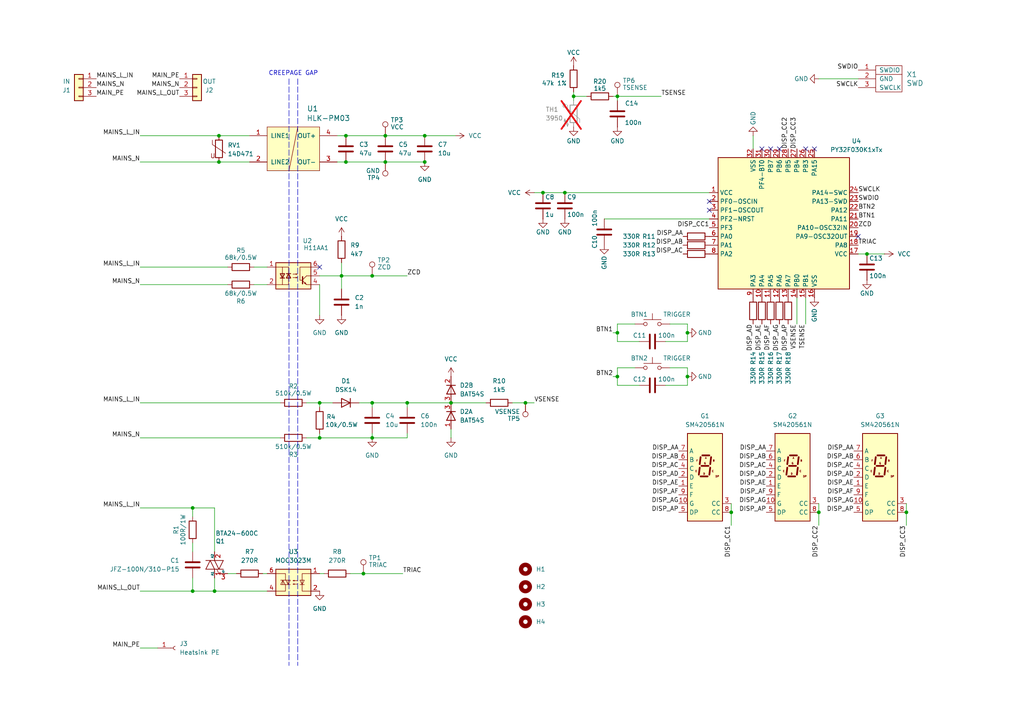
<source format=kicad_sch>
(kicad_sch (version 20250114) (generator "eeschema") (generator_version "9.0")
  (paper "A4")
  (lib_symbols
    (symbol "Connector:Conn_01x01_Socket" (pin_names (offset 1.016) (hide yes))
      (property "Reference" "J" (at 0 2.54 0))
      (property "Value" "Conn_01x01_Socket" (at 0 -2.54 0))
      (symbol "Conn_01x01_Socket_1_1"
        (pin passive line (at -5.08 0 0) (length 3.81) (name "Pin_1") (number "1"))
      )
    )
    (symbol "Connector:TestPoint" (pin_numbers (hide yes)) (pin_names (offset 0.762) (hide yes))
      (property "Reference" "TP" (at 0 6.858 0))
      (property "Value" "TestPoint" (at 0 5.08 0))
      (symbol "TestPoint_1_1"
        (pin passive line (at 0 0 90) (length 2.54) (name "1") (number "1"))
      )
    )
    (symbol "Connector_Generic:Conn_01x03" (pin_names (offset 1.016) (hide yes))
      (property "Reference" "J" (at 0 5.08 0))
      (property "Value" "Conn_01x03" (at 0 -5.08 0))
      (symbol "Conn_01x03_1_1"
        (pin passive line (at -5.08 2.54 0) (length 3.81) (name "Pin_1") (number "1"))
        (pin passive line (at -5.08 0 0) (length 3.81) (name "Pin_2") (number "2"))
        (pin passive line (at -5.08 -2.54 0) (length 3.81) (name "Pin_3") (number "3"))
      )
    )
    (symbol "Device:C" (pin_numbers (hide yes)) (pin_names (offset 0.254))
      (property "Reference" "C" (at 0.635 2.54 0))
      (property "Value" "C" (at 0.635 -2.54 0))
      (symbol "C_1_1"
        (pin passive line (at 0 3.81 270) (length 2.794) (name "~") (number "1"))
        (pin passive line (at 0 -3.81 90) (length 2.794) (name "~") (number "2"))
      )
    )
    (symbol "Device:D" (pin_numbers (hide yes)) (pin_names (offset 1.016) (hide yes))
      (property "Reference" "D" (at 0 2.54 0))
      (property "Value" "D" (at 0 -2.54 0))
      (symbol "D_1_1"
        (pin passive line (at -3.81 0 0) (length 2.54) (name "K") (number "1"))
        (pin passive line (at 3.81 0 180) (length 2.54) (name "A") (number "2"))
      )
    )
    (symbol "Device:D_Dual_Series_AKC_Split" (pin_names (offset 0.762) (hide yes))
      (property "Reference" "D" (at 0 2.54 0))
      (property "Value" "D_Dual_Series_AKC_Split" (at 0 -2.54 0))
      (symbol "D_Dual_Series_AKC_Split_0_1"
        (pin passive line (at 3.81 0 180) (length 2.54) (name "K") (number "3"))
      )
      (symbol "D_Dual_Series_AKC_Split_1_1"
        (pin passive line (at -3.81 0 0) (length 2.54) (name "A") (number "1"))
      )
      (symbol "D_Dual_Series_AKC_Split_2_1"
        (pin passive line (at -3.81 0 0) (length 2.54) (name "common") (number "2"))
      )
    )
    (symbol "Device:R" (pin_numbers (hide yes)) (pin_names (offset 0))
      (property "Reference" "R" (at 2.032 0 90))
      (property "Value" "R" (at 0 0 90))
      (symbol "R_1_1"
        (pin passive line (at 0 3.81 270) (length 1.27) (name "~") (number "1"))
        (pin passive line (at 0 -3.81 90) (length 1.27) (name "~") (number "2"))
      )
    )
    (symbol "Device:Thermistor_NTC" (pin_numbers (hide yes)) (pin_names (offset 0))
      (property "Reference" "TH" (at -4.445 0 90))
      (property "Value" "Thermistor_NTC" (at 3.175 0 90))
      (symbol "Thermistor_NTC_1_1"
        (pin passive line (at 0 3.81 270) (length 1.27) (name "~") (number "1"))
        (pin passive line (at 0 -3.81 90) (length 1.27) (name "~") (number "2"))
      )
    )
    (symbol "Device:Varistor" (pin_numbers (hide yes)) (pin_names (offset 0))
      (property "Reference" "RV" (at 3.175 0 90))
      (property "Value" "Varistor" (at -3.175 0 90))
      (symbol "Varistor_0_0"
        (text "U" (at -1.778 -2.032 0) (effects (font (size 1.27 1.27))))
      )
      (symbol "Varistor_1_1"
        (pin passive line (at 0 3.81 270) (length 1.27) (name "~") (number "1"))
        (pin passive line (at 0 -3.81 90) (length 1.27) (name "~") (number "2"))
      )
    )
    (symbol "Display_Character:SM420561N"
      (property "Reference" "U" (at -2.54 13.97 0))
      (property "Value" "SM420561N" (at 1.27 13.97 0))
      (symbol "SM420561N_0_0"
        (text "E" (at -2.54 1.778 0) (effects (font (size 0.508 0.508))))
        (text "F" (at -2.286 4.826 0) (effects (font (size 0.508 0.508))))
        (text "D" (at -0.254 1.016 0) (effects (font (size 0.508 0.508))))
        (text "G" (at 0 4.064 0) (effects (font (size 0.508 0.508))))
        (text "A" (at 0.254 5.588 0) (effects (font (size 0.508 0.508))))
        (text "C" (at 2.286 1.778 0) (effects (font (size 0.508 0.508))))
        (text "B" (at 2.54 4.826 0) (effects (font (size 0.508 0.508))))
        (text "DP" (at 3.556 0.254 0) (effects (font (size 0.508 0.508))))
      )
      (symbol "SM420561N_1_1"
        (pin input line (at -7.62 7.62 0) (length 2.54) (name "A") (number "7"))
        (pin input line (at -7.62 5.08 0) (length 2.54) (name "B") (number "6"))
        (pin input line (at -7.62 2.54 0) (length 2.54) (name "C") (number "4"))
        (pin input line (at -7.62 0 0) (length 2.54) (name "D") (number "2"))
        (pin input line (at -7.62 -2.54 0) (length 2.54) (name "E") (number "1"))
        (pin input line (at -7.62 -5.08 0) (length 2.54) (name "F") (number "9"))
        (pin input line (at -7.62 -7.62 0) (length 2.54) (name "G") (number "10"))
        (pin input line (at -7.62 -10.16 0) (length 2.54) (name "DP") (number "5"))
        (pin input line (at 7.62 -7.62 180) (length 2.54) (name "CC") (number "3"))
        (pin input line (at 7.62 -10.16 180) (length 2.54) (name "CC") (number "8"))
      )
    )
    (symbol "Drake:HLK-PM03" (pin_names (offset 1.016))
      (property "Reference" "U" (at 0 8.89 0))
      (property "Value" "HLK-PM03" (at 0 -8.89 0))
      (symbol "HLK-PM03_1_1"
        (pin input line (at -12.7 3.81 0) (length 5.08) (name "LINE1") (number "1"))
        (pin input line (at -12.7 -3.81 0) (length 5.08) (name "LINE2") (number "2"))
        (pin input line (at 12.7 3.81 180) (length 5.08) (name "OUT+") (number "4"))
        (pin input line (at 12.7 -3.81 180) (length 5.08) (name "OUT-") (number "3"))
      )
    )
    (symbol "Drake:SWD" (pin_names (offset 1.016))
      (property "Reference" "X" (at 0 6.35 0))
      (property "Value" "SWD" (at 0 -6.35 0))
      (symbol "SWD_1_1"
        (pin bidirectional line (at 8.89 2.54 180) (length 5.08) (name "SWDIO") (number "1"))
        (pin power_in line (at 8.89 0 180) (length 5.08) (name "GND") (number "2"))
        (pin bidirectional line (at 8.89 -2.54 180) (length 5.08) (name "SWCLK") (number "3"))
      )
    )
    (symbol "Isolator:H11AA1"
      (property "Reference" "U" (at -5.334 4.953 0))
      (property "Value" "H11AA1" (at 0.635 4.953 0))
      (symbol "H11AA1_1_1"
        (pin passive line (at -7.62 2.54 0) (length 2.54) (name "~") (number "1"))
        (pin passive line (at -7.62 -2.54 0) (length 2.54) (name "~") (number "2"))
        (pin no_connect line (at -5.08 0 0) (length 2.54) (hide yes) (name "NC") (number "3"))
        (pin passive line (at 7.62 2.54 180) (length 2.54) (name "~") (number "6"))
        (pin passive line (at 7.62 0 180) (length 2.54) (name "~") (number "5"))
        (pin passive line (at 7.62 -2.54 180) (length 2.54) (name "~") (number "4"))
      )
    )
    (symbol "MCU_Puya_PY32F:PY32F030K1xTx"
      (property "Reference" "U" (at 20.32 19.05 0))
      (property "Value" "PY32F030K1xTx" (at 20.32 -21.59 0))
      (symbol "PY32F030K1xTx_0_0"
        (pin power_in line (at -20.32 7.62 0) (length 2.54) (name "VCC") (number "1"))
        (pin bidirectional line (at -20.32 5.08 0) (length 2.54) (name "PF0-OSCIN") (number "2"))
        (pin bidirectional line (at -20.32 2.54 0) (length 2.54) (name "PF1-OSCOUT") (number "3"))
        (pin bidirectional line (at -20.32 0 0) (length 2.54) (name "PF2-NRST") (number "4"))
        (pin bidirectional line (at -20.32 -2.54 0) (length 2.54) (name "PF3") (number "5"))
        (pin bidirectional line (at -20.32 -5.08 0) (length 2.54) (name "PA0") (number "6"))
        (pin bidirectional line (at -20.32 -7.62 0) (length 2.54) (name "PA1") (number "7"))
        (pin bidirectional line (at -20.32 -10.16 0) (length 2.54) (name "PA2") (number "8"))
        (pin power_in line (at -7.62 20.32 270) (length 2.54) (name "VSS") (number "32"))
        (pin bidirectional line (at -7.62 -22.86 90) (length 2.54) (name "PA3") (number "9"))
        (pin bidirectional line (at -5.08 -22.86 90) (length 2.54) (name "PA4") (number "10"))
        (pin bidirectional line (at -2.54 20.32 270) (length 2.54) (name "PB7") (number "30"))
        (pin bidirectional line (at -2.54 -22.86 90) (length 2.54) (name "PA5") (number "11"))
        (pin bidirectional line (at 0 20.32 270) (length 2.54) (name "PB6") (number "29"))
        (pin bidirectional line (at 0 -22.86 90) (length 2.54) (name "PA6") (number "12"))
        (pin bidirectional line (at 2.54 20.32 270) (length 2.54) (name "PB5") (number "28"))
        (pin bidirectional line (at 2.54 -22.86 90) (length 2.54) (name "PA7") (number "13"))
        (pin bidirectional line (at 5.08 20.32 270) (length 2.54) (name "PB4") (number "27"))
        (pin bidirectional line (at 5.08 -22.86 90) (length 2.54) (name "PB0") (number "14"))
        (pin bidirectional line (at 7.62 20.32 270) (length 2.54) (name "PB3") (number "26"))
        (pin bidirectional line (at 7.62 -22.86 90) (length 2.54) (name "PB1") (number "15"))
        (pin power_in line (at 10.16 -22.86 90) (length 2.54) (name "VSS") (number "16"))
        (pin bidirectional line (at 22.86 5.08 180) (length 2.54) (name "PA13-SWD") (number "23"))
        (pin bidirectional line (at 22.86 2.54 180) (length 2.54) (name "PA12") (number "22"))
        (pin bidirectional line (at 22.86 0 180) (length 2.54) (name "PA11") (number "21"))
        (pin bidirectional line (at 22.86 -2.54 180) (length 2.54) (name "PA10-OSC32IN") (number "20"))
        (pin bidirectional line (at 22.86 -5.08 180) (length 2.54) (name "PA9-OSC32OUT") (number "19"))
        (pin bidirectional line (at 22.86 -7.62 180) (length 2.54) (name "PA8") (number "18"))
        (pin power_in line (at 22.86 -10.16 180) (length 2.54) (name "VCC") (number "17"))
      )
      (symbol "PY32F030K1xTx_1_0"
        (pin bidirectional line (at -5.08 20.32 270) (length 2.54) (name "PF4-BT0") (number "31"))
        (pin bidirectional line (at 10.16 20.32 270) (length 2.54) (name "PA15") (number "25"))
        (pin bidirectional line (at 22.86 7.62 180) (length 2.54) (name "PA14-SWC") (number "24"))
      )
    )
    (symbol "Mechanical:MountingHole" (pin_names (offset 1.016)) (in_bom no)
      (property "Reference" "H" (at 0 5.08 0))
      (property "Value" "MountingHole" (at 0 3.175 0))
    )
    (symbol "Relay_SolidState:MOC3023M"
      (property "Reference" "U" (at -5.334 4.826 0))
      (property "Value" "MOC3023M" (at 0 5.08 0))
      (symbol "MOC3023M_1_1"
        (pin passive line (at -7.62 2.54 0) (length 2.54) (name "~") (number "1"))
        (pin passive line (at -7.62 -2.54 0) (length 2.54) (name "~") (number "2"))
        (pin no_connect line (at -5.08 0 0) (length 2.54) (hide yes) (name "NC") (number "3"))
        (pin no_connect line (at 5.08 0 180) (length 2.54) (hide yes) (name "NC") (number "5"))
        (pin passive line (at 7.62 2.54 180) (length 2.54) (name "~") (number "6"))
        (pin passive line (at 7.62 -2.54 180) (length 2.54) (name "~") (number "4"))
      )
    )
    (symbol "Switch:SW_Push" (pin_numbers (hide yes)) (pin_names (offset 1.016) (hide yes))
      (property "Reference" "SW" (at 1.27 2.54 0))
      (property "Value" "SW_Push" (at 0 -1.524 0))
      (symbol "SW_Push_0_1"
        (pin passive line (at -5.08 0 0) (length 2.54) (name "1") (number "1"))
        (pin passive line (at 5.08 0 180) (length 2.54) (name "2") (number "2"))
      )
    )
    (symbol "Triac_Thyristor:BTA16-600C" (pin_names (offset 0))
      (property "Reference" "Q" (at 5.08 1.905 0))
      (property "Value" "BTA16-600C" (at 5.08 0 0))
      (symbol "BTA16-600C_1_1"
        (pin input line (at -3.81 -2.54 0) (length 2.54) (name "G") (number "3"))
        (pin passive line (at 0 3.81 270) (length 2.54) (name "A2") (number "2"))
        (pin passive line (at 0 -3.81 90) (length 2.54) (name "A1") (number "1"))
      )
    )
    (symbol "power:GND" (power) (pin_numbers (hide yes)) (pin_names (offset 0) (hide yes))
      (property "Value" "GND" (at 0 -3.81 0))
      (symbol "GND_1_1"
        (pin power_in line (at 0 0 270) (length 0) (name "~") (number "1"))
      )
    )
    (symbol "power:VCC" (power) (pin_numbers (hide yes)) (pin_names (offset 0) (hide yes))
      (property "Value" "VCC" (at 0 3.556 0))
      (symbol "VCC_1_1"
        (pin power_in line (at 0 0 90) (length 0) (name "~") (number "1"))
      )
    )
  )
  (text "CREEPAGE GAP" (at 85.09 21.336 0) (effects (font (size 1.27 1.27))))
  (junction (at 107.95 80.01))
  (junction (at 107.95 116.84))
  (junction (at 123.19 46.99))
  (junction (at 212.09 148.59))
  (junction (at 100.33 46.99))
  (junction (at 123.19 39.37))
  (junction (at 251.46 73.66))
  (junction (at 111.76 46.99))
  (junction (at 63.5 39.37))
  (junction (at 105.41 166.37))
  (junction (at 100.33 39.37))
  (junction (at 179.07 27.94))
  (junction (at 152.4 116.84))
  (junction (at 179.07 109.22))
  (junction (at 55.88 171.45))
  (junction (at 163.83 55.88))
  (junction (at 199.39 109.22))
  (junction (at 262.89 148.59))
  (junction (at 118.11 116.84))
  (junction (at 157.48 55.88))
  (junction (at 107.95 127))
  (junction (at 63.5 46.99))
  (junction (at 237.49 148.59))
  (junction (at 199.39 96.52))
  (junction (at 92.71 116.84))
  (junction (at 166.37 27.94))
  (junction (at 130.81 116.84))
  (junction (at 92.71 127))
  (junction (at 179.07 96.52))
  (junction (at 55.88 147.32))
  (junction (at 62.23 171.45))
  (junction (at 111.76 39.37))
  (junction (at 99.06 80.01))
  (no_connect (at 92.71 77.47))
  (no_connect (at 248.92 68.58))
  (no_connect (at 233.68 43.18))
  (no_connect (at 236.22 43.18))
  (no_connect (at 226.06 43.18))
  (no_connect (at 220.98 43.18))
  (no_connect (at 205.74 58.42))
  (no_connect (at 223.52 43.18))
  (no_connect (at 205.74 60.96))
  (wire (pts (xy 166.37 26.67) (xy 166.37 27.94)))
  (wire (pts (xy 218.44 39.37) (xy 218.44 43.18)))
  (wire (pts (xy 177.8 96.52) (xy 179.07 96.52)))
  (wire (pts (xy 99.06 80.01) (xy 107.95 80.01)))
  (wire (pts (xy 262.89 146.05) (xy 262.89 148.59)))
  (wire (pts (xy 199.39 111.76) (xy 193.04 111.76)))
  (wire (pts (xy 179.07 106.68) (xy 184.15 106.68)))
  (wire (pts (xy 40.64 147.32) (xy 55.88 147.32)))
  (wire (pts (xy 166.37 27.94) (xy 166.37 29.21)))
  (wire (pts (xy 73.66 82.55) (xy 77.47 82.55)))
  (wire (pts (xy 92.71 127) (xy 107.95 127)))
  (wire (pts (xy 123.19 46.99) (xy 111.76 46.99)))
  (polyline (pts (xy 86.36 22.86) (xy 86.36 193.04)) (stroke (width 0) (type dash)))
  (wire (pts (xy 116.84 166.37) (xy 105.41 166.37)))
  (wire (pts (xy 152.4 116.84) (xy 154.94 116.84)))
  (wire (pts (xy 177.8 109.22) (xy 179.07 109.22)))
  (wire (pts (xy 55.88 167.64) (xy 55.88 171.45)))
  (wire (pts (xy 179.07 109.22) (xy 179.07 106.68)))
  (wire (pts (xy 62.23 167.64) (xy 62.23 171.45)))
  (wire (pts (xy 55.88 157.48) (xy 55.88 160.02)))
  (wire (pts (xy 179.07 96.52) (xy 179.07 93.98)))
  (wire (pts (xy 55.88 171.45) (xy 62.23 171.45)))
  (wire (pts (xy 179.07 93.98) (xy 184.15 93.98)))
  (wire (pts (xy 199.39 96.52) (xy 199.39 99.06)))
  (wire (pts (xy 55.88 147.32) (xy 55.88 149.86)))
  (wire (pts (xy 97.79 39.37) (xy 100.33 39.37)))
  (wire (pts (xy 105.41 166.37) (xy 101.6 166.37)))
  (wire (pts (xy 262.89 148.59) (xy 262.89 152.4)))
  (wire (pts (xy 62.23 147.32) (xy 62.23 160.02)))
  (wire (pts (xy 68.58 166.37) (xy 66.04 166.37)))
  (wire (pts (xy 92.71 116.84) (xy 92.71 118.11)))
  (wire (pts (xy 130.81 124.46) (xy 130.81 127)))
  (wire (pts (xy 107.95 125.73) (xy 107.95 127)))
  (wire (pts (xy 100.33 39.37) (xy 111.76 39.37)))
  (wire (pts (xy 100.33 46.99) (xy 97.79 46.99)))
  (wire (pts (xy 104.14 116.84) (xy 107.95 116.84)))
  (wire (pts (xy 40.64 171.45) (xy 55.88 171.45)))
  (wire (pts (xy 179.07 99.06) (xy 179.07 96.52)))
  (wire (pts (xy 212.09 148.59) (xy 212.09 152.4)))
  (wire (pts (xy 166.37 27.94) (xy 170.18 27.94)))
  (wire (pts (xy 55.88 147.32) (xy 62.23 147.32)))
  (wire (pts (xy 111.76 46.99) (xy 100.33 46.99)))
  (wire (pts (xy 40.64 46.99) (xy 63.5 46.99)))
  (wire (pts (xy 40.64 82.55) (xy 66.04 82.55)))
  (wire (pts (xy 199.39 99.06) (xy 193.04 99.06)))
  (wire (pts (xy 40.64 39.37) (xy 63.5 39.37)))
  (wire (pts (xy 148.59 116.84) (xy 152.4 116.84)))
  (polyline (pts (xy 83.82 22.86) (xy 83.82 193.04)) (stroke (width 0) (type dash)))
  (wire (pts (xy 92.71 116.84) (xy 96.52 116.84)))
  (wire (pts (xy 107.95 80.01) (xy 118.11 80.01)))
  (wire (pts (xy 40.64 127) (xy 81.28 127)))
  (wire (pts (xy 88.9 127) (xy 92.71 127)))
  (wire (pts (xy 154.94 55.88) (xy 157.48 55.88)))
  (wire (pts (xy 118.11 116.84) (xy 130.81 116.84)))
  (wire (pts (xy 179.07 111.76) (xy 179.07 109.22)))
  (wire (pts (xy 40.64 116.84) (xy 81.28 116.84)))
  (wire (pts (xy 63.5 46.99) (xy 72.39 46.99)))
  (wire (pts (xy 237.49 22.86) (xy 248.92 22.86)))
  (wire (pts (xy 40.64 77.47) (xy 66.04 77.47)))
  (wire (pts (xy 237.49 146.05) (xy 237.49 148.59)))
  (wire (pts (xy 63.5 39.37) (xy 72.39 39.37)))
  (wire (pts (xy 251.46 73.66) (xy 256.54 73.66)))
  (wire (pts (xy 175.26 63.5) (xy 205.74 63.5)))
  (wire (pts (xy 123.19 39.37) (xy 132.08 39.37)))
  (wire (pts (xy 99.06 80.01) (xy 99.06 83.82)))
  (wire (pts (xy 199.39 106.68) (xy 199.39 109.22)))
  (wire (pts (xy 92.71 91.44) (xy 92.71 82.55)))
  (wire (pts (xy 179.07 27.94) (xy 179.07 29.21)))
  (wire (pts (xy 194.31 93.98) (xy 199.39 93.98)))
  (wire (pts (xy 73.66 77.47) (xy 77.47 77.47)))
  (wire (pts (xy 77.47 171.45) (xy 62.23 171.45)))
  (wire (pts (xy 185.42 99.06) (xy 179.07 99.06)))
  (wire (pts (xy 157.48 55.88) (xy 163.83 55.88)))
  (wire (pts (xy 237.49 148.59) (xy 237.49 152.4)))
  (wire (pts (xy 92.71 125.73) (xy 92.71 127)))
  (wire (pts (xy 179.07 27.94) (xy 191.77 27.94)))
  (wire (pts (xy 107.95 127) (xy 118.11 127)))
  (wire (pts (xy 92.71 80.01) (xy 99.06 80.01)))
  (wire (pts (xy 118.11 116.84) (xy 118.11 118.11)))
  (wire (pts (xy 248.92 73.66) (xy 251.46 73.66)))
  (wire (pts (xy 194.31 106.68) (xy 199.39 106.68)))
  (wire (pts (xy 107.95 116.84) (xy 107.95 118.11)))
  (wire (pts (xy 199.39 93.98) (xy 199.39 96.52)))
  (wire (pts (xy 88.9 116.84) (xy 92.71 116.84)))
  (wire (pts (xy 99.06 80.01) (xy 99.06 76.2)))
  (wire (pts (xy 40.64 187.96) (xy 45.72 187.96)))
  (wire (pts (xy 111.76 39.37) (xy 123.19 39.37)))
  (wire (pts (xy 93.98 166.37) (xy 92.71 166.37)))
  (wire (pts (xy 177.8 27.94) (xy 179.07 27.94)))
  (wire (pts (xy 212.09 146.05) (xy 212.09 148.59)))
  (wire (pts (xy 231.14 86.36) (xy 231.14 93.98)))
  (wire (pts (xy 76.2 166.37) (xy 77.47 166.37)))
  (wire (pts (xy 130.81 116.84) (xy 140.97 116.84)))
  (wire (pts (xy 185.42 111.76) (xy 179.07 111.76)))
  (wire (pts (xy 233.68 86.36) (xy 233.68 93.98)))
  (wire (pts (xy 107.95 116.84) (xy 118.11 116.84)))
  (wire (pts (xy 163.83 55.88) (xy 205.74 55.88)))
  (wire (pts (xy 199.39 109.22) (xy 199.39 111.76)))
  (wire (pts (xy 118.11 125.73) (xy 118.11 127)))
  (label "DISP_AP" (at 247.65 148.59 180))
  (label "DISP_AD" (at 196.85 138.43 180))
  (label "TRIAC" (at 116.84 166.37 0))
  (label "MAINS_L_OUT" (at 52.07 27.94 180))
  (label "DISP_AE" (at 220.98 93.98 270))
  (label "MAINS_L_IN" (at 40.64 147.32 180))
  (label "DISP_AD" (at 247.65 138.43 180))
  (label "SWCLK" (at 248.92 55.88 0))
  (label "DISP_AA" (at 222.25 130.81 180))
  (label "DISP_AF" (at 196.85 143.51 180))
  (label "DISP_CC1" (at 205.74 66.04 180))
  (label "DISP_AG" (at 247.65 146.05 180))
  (label "DISP_AC" (at 198.12 73.66 180))
  (label "DISP_AP" (at 196.85 148.59 180))
  (label "TRIAC" (at 248.92 71.12 0))
  (label "DISP_AD" (at 222.25 138.43 180))
  (label "SWDIO" (at 248.92 20.32 180))
  (label "MAINS_N" (at 40.64 82.55 180))
  (label "MAIN_PE" (at 27.94 27.94 0))
  (label "MAINS_L_IN" (at 40.64 77.47 180))
  (label "DISP_AP" (at 228.6 93.98 270))
  (label "DISP_AB" (at 222.25 133.35 180))
  (label "MAINS_L_IN" (at 40.64 116.84 180))
  (label "DISP_AE" (at 196.85 140.97 180))
  (label "DISP_AA" (at 247.65 130.81 180))
  (label "MAINS_L_IN" (at 27.94 22.86 0))
  (label "DISP_AB" (at 198.12 71.12 180))
  (label "DISP_AE" (at 222.25 140.97 180))
  (label "ZCD" (at 118.11 80.01 0))
  (label "MAINS_L_IN" (at 40.64 39.37 180))
  (label "DISP_AD" (at 218.44 93.98 270))
  (label "DISP_AA" (at 196.85 130.81 180))
  (label "DISP_AG" (at 226.06 93.98 270))
  (label "DISP_AB" (at 196.85 133.35 180))
  (label "MAINS_N" (at 40.64 127 180))
  (label "DISP_AG" (at 196.85 146.05 180))
  (label "MAINS_N" (at 27.94 25.4 0))
  (label "DISP_CC3" (at 231.14 43.18 90))
  (label "DISP_AE" (at 247.65 140.97 180))
  (label "SWDIO" (at 248.92 58.42 0))
  (label "DISP_AF" (at 247.65 143.51 180))
  (label "DISP_AC" (at 222.25 135.89 180))
  (label "DISP_AA" (at 198.12 68.58 180))
  (label "ZCD" (at 248.92 66.04 0))
  (label "TSENSE" (at 191.77 27.94 0))
  (label "DISP_CC3" (at 262.89 152.4 270))
  (label "BTN1" (at 177.8 96.52 180))
  (label "DISP_AC" (at 196.85 135.89 180))
  (label "DISP_AC" (at 247.65 135.89 180))
  (label "DISP_AB" (at 247.65 133.35 180))
  (label "TSENSE" (at 233.68 93.98 270))
  (label "VSENSE" (at 231.14 93.98 270))
  (label "VSENSE" (at 154.94 116.84 0))
  (label "BTN2" (at 177.8 109.22 180))
  (label "MAINS_N" (at 52.07 25.4 180))
  (label "DISP_CC2" (at 237.49 152.4 270))
  (label "DISP_AF" (at 222.25 143.51 180))
  (label "MAIN_PE" (at 40.64 187.96 180))
  (label "SWCLK" (at 248.92 25.4 180))
  (label "MAINS_L_OUT" (at 40.64 171.45 180))
  (label "DISP_AG" (at 222.25 146.05 180))
  (label "MAINS_N" (at 40.64 46.99 180))
  (label "DISP_AF" (at 223.52 93.98 270))
  (label "BTN1" (at 248.92 63.5 0))
  (label "DISP_CC2" (at 228.6 43.18 90))
  (label "DISP_CC1" (at 212.09 152.4 270))
  (label "MAIN_PE" (at 52.07 22.86 180))
  (label "DISP_AP" (at 222.25 148.59 180))
  (label "BTN2" (at 248.92 60.96 0))
  (symbol (lib_id "Device:R") (at 85.09 116.84 90) (unit 1)
    (property "Reference" "R2" (at 85.09 112.014 90))
    (property "Value" "510k/0.5W" (at 85.09 114.046 90))
    (property "Footprint" "Resistor_THT:R_Axial_DIN0411_L9.9mm_D3.6mm_P12.70mm_Horizontal" (effects (hide yes)))
    (property "Description" "Resistor" (effects (hide yes)))
  )
  (symbol (lib_id "Mechanical:MountingHole") (at 152.4 165.1 0) (unit 1) (in_bom no)
    (property "Reference" "H1" (at 155.448 165.1 0) (effects (justify left)))
    (property "Value" "MountingHole" (effects (hide yes)))
    (property "Footprint" "MountingHole:MountingHole_4.3mm_M4_Pad_Via" (effects (hide yes)))
    (property "Description" "Mounting Hole without connection" (effects (hide yes)))
  )
  (symbol (lib_id "MCU_Puya_PY32F:PY32F030K1xTx") (at 226.06 63.5 0) (unit 1)
    (property "Reference" "U4" (at 248.412 40.894 0))
    (property "Value" "PY32F030K1xTx" (at 248.412 43.434 0))
    (property "Footprint" "Package_QFP:LQFP-32_7x7mm_P0.8mm" (effects (hide yes)))
    (property "Datasheet" "https://download.py32.org/Datasheet/en/PY32F030_Datasheet_V1.8.pdf" (effects (hide yes)))
  )
  (symbol (lib_id "Connector_Generic:Conn_01x03") (at 57.15 25.4 0) (unit 1)
    (property "Reference" "J2" (at 60.706 26.162 0))
    (property "Value" "OUT" (at 60.706 23.622 0))
    (property "Footprint" "Drake:HB-9500-3P" (effects (hide yes)))
    (property "Description" "Generic connector, single row, 01x03, script generated (kicad-library-utils/schlib/autogen/connector/)" (effects (hide yes)))
  )
  (symbol (lib_id "power:GND") (at 199.39 109.22 90) (unit 1)
    (property "Reference" "#PWR015" (effects (hide yes)))
    (property "Value" "GND" (at 204.47 109.22 90))
  )
  (symbol (lib_id "Device:R") (at 85.09 127 90) (unit 1)
    (property "Reference" "R3" (at 85.09 131.826 90))
    (property "Value" "510k/0.5W" (at 85.09 129.54 90))
    (property "Footprint" "Resistor_THT:R_Axial_DIN0411_L9.9mm_D3.6mm_P12.70mm_Horizontal" (effects (hide yes)))
    (property "Description" "Resistor" (effects (hide yes)))
  )
  (symbol (lib_id "Connector:TestPoint") (at 111.76 39.37 0) (unit 1) (in_bom no)
    (property "Reference" "TP3" (at 113.284 34.798 0) (effects (justify left)))
    (property "Value" "VCC" (at 113.284 36.83 0) (effects (justify left)))
    (property "Footprint" "TestPoint:TestPoint_THTPad_D2.0mm_Drill1.0mm" (effects (hide yes)))
    (property "Description" "test point" (effects (hide yes)))
  )
  (symbol (lib_id "Device:C") (at 55.88 163.83 0) (mirror y) (unit 1)
    (property "Reference" "C1" (at 52.07 162.5599 0) (effects (justify left)))
    (property "Value" "JFZ-100N/310-P15" (at 52.07 165.0999 0) (effects (justify left)))
    (property "Footprint" "Capacitor_THT:C_Rect_L18.0mm_W6.0mm_P15.00mm_FKS3_FKP3" (effects (hide yes)))
    (property "Description" "Unpolarized capacitor" (effects (hide yes)))
  )
  (symbol (lib_id "power:VCC") (at 166.37 19.05 0) (unit 1)
    (property "Reference" "#PWR021" (effects (hide yes)))
    (property "Value" "VCC" (at 166.37 15.24 0))
    (property "Description" "Power symbol creates a global label with name \"VCC\"" (effects (hide yes)))
  )
  (symbol (lib_id "Device:D") (at 100.33 116.84 180) (unit 1)
    (property "Reference" "D1" (at 100.33 110.49 0))
    (property "Value" "DSK14" (at 100.33 113.03 0))
    (property "Footprint" "Diode_SMD:D_SOD-123" (effects (hide yes)))
    (property "Description" "Diode" (effects (hide yes)))
    (property "Sim.Device" "D" (effects (hide yes)))
    (property "Sim.Pins" "1=K 2=A" (effects (hide yes)))
  )
  (symbol (lib_id "power:GND") (at 166.37 36.83 0) (mirror y) (unit 1)
    (property "Reference" "#PWR022" (effects (hide yes)))
    (property "Value" "GND" (at 166.37 40.894 0))
    (property "Description" "Power symbol creates a global label with name \"GND\" , ground" (effects (hide yes)))
  )
  (symbol (lib_id "Device:R") (at 218.44 90.17 0) (mirror y) (unit 1)
    (property "Reference" "R14" (at 218.44 103.886 90))
    (property "Value" "330R" (at 218.44 108.966 90))
    (property "Footprint" "Resistor_SMD:R_0805_2012Metric_Pad1.20x1.40mm_HandSolder" (effects (hide yes)))
    (property "Description" "Resistor" (effects (hide yes)))
  )
  (symbol (lib_id "power:GND") (at 163.83 63.5 0) (unit 1)
    (property "Reference" "#PWR012" (effects (hide yes)))
    (property "Value" "GND" (at 163.83 67.31 0))
  )
  (symbol (lib_id "Device:C") (at 189.23 99.06 90) (unit 1)
    (property "Reference" "C11" (at 187.452 97.282 90) (effects (justify left)))
    (property "Value" "100n" (at 195.834 97.282 90) (effects (justify left)))
    (property "Footprint" "Capacitor_SMD:C_0805_2012Metric_Pad1.18x1.45mm_HandSolder" (effects (hide yes)))
  )
  (symbol (lib_id "Connector:TestPoint") (at 107.95 80.01 0) (unit 1) (in_bom no)
    (property "Reference" "TP2" (at 109.474 75.438 0) (effects (justify left)))
    (property "Value" "ZCD" (at 109.474 77.47 0) (effects (justify left)))
    (property "Footprint" "TestPoint:TestPoint_THTPad_D2.0mm_Drill1.0mm" (effects (hide yes)))
    (property "Description" "test point" (effects (hide yes)))
  )
  (symbol (lib_id "power:GND") (at 218.44 39.37 180) (unit 1)
    (property "Reference" "#PWR016" (effects (hide yes)))
    (property "Value" "GND" (at 218.44 34.29 90))
  )
  (symbol (lib_id "power:GND") (at 237.49 22.86 270) (unit 1)
    (property "Reference" "#PWR018" (effects (hide yes)))
    (property "Value" "GND" (at 232.41 22.86 90))
  )
  (symbol (lib_id "power:GND") (at 99.06 91.44 0) (unit 1)
    (property "Reference" "#PWR04" (effects (hide yes)))
    (property "Value" "GND" (at 99.06 96.52 0))
    (property "Description" "Power symbol creates a global label with name \"GND\" , ground" (effects (hide yes)))
  )
  (symbol (lib_id "Isolator:H11AA1") (at 85.09 80.01 0) (unit 1)
    (property "Reference" "U2" (at 89.154 69.85 0))
    (property "Value" "H11AA1" (at 91.694 71.882 0))
    (property "Footprint" "Package_DIP:DIP-6_W8.89mm_SMDSocket_LongPads" (effects (hide yes)))
    (property "Datasheet" "https://www.vishay.com/docs/83608/h11aa1.pdf" (effects (hide yes)))
    (property "Description" "AC/DC NPN Optocoupler, DIP-6" (effects (hide yes)))
  )
  (symbol (lib_id "power:GND") (at 175.26 71.12 0) (unit 1)
    (property "Reference" "#PWR013" (effects (hide yes)))
    (property "Value" "GND" (at 175.26 76.2 90))
  )
  (symbol (lib_id "power:GND") (at 157.48 63.5 0) (unit 1)
    (property "Reference" "#PWR011" (effects (hide yes)))
    (property "Value" "GND" (at 157.48 67.31 0))
  )
  (symbol (lib_id "Drake:SWD") (at 257.81 22.86 0) (mirror y) (unit 1)
    (property "Reference" "X1" (at 262.89 21.5899 0) (effects (font (size 1.524 1.524)) (justify right)))
    (property "Value" "SWD" (at 262.89 24.1299 0) (effects (font (size 1.524 1.524)) (justify right)))
    (property "Footprint" "Drake:SWD" (effects (hide yes)))
  )
  (symbol (lib_id "power:GND") (at 179.07 36.83 0) (mirror y) (unit 1)
    (property "Reference" "#PWR023" (effects (hide yes)))
    (property "Value" "GND" (at 179.07 40.894 0))
    (property "Description" "Power symbol creates a global label with name \"GND\" , ground" (effects (hide yes)))
  )
  (symbol (lib_id "Display_Character:SM420561N") (at 255.27 138.43 0) (unit 1)
    (property "Reference" "G3" (at 255.27 120.65 0))
    (property "Value" "SM420561N" (at 255.27 123.19 0))
    (property "Footprint" "Display_7Segment:7SegmentLED_LTS6760_LTS6780" (effects (hide yes)))
    (property "Datasheet" "https://datasheet.lcsc.com/szlcsc/Wuxi-ARK-Tech-Elec-SM420561N_C141367.pdf" (effects (hide yes)))
    (property "Description" "One digit 7 segment blue LED, common cathode" (effects (hide yes)))
  )
  (symbol (lib_id "power:VCC") (at 154.94 55.88 90) (unit 1)
    (property "Reference" "#PWR010" (effects (hide yes)))
    (property "Value" "VCC" (at 151.13 55.8799 90) (effects (justify left)))
    (property "Description" "Power symbol creates a global label with name \"VCC\"" (effects (hide yes)))
  )
  (symbol (lib_id "Device:R") (at 201.93 71.12 270) (mirror x) (unit 1)
    (property "Reference" "R12" (at 188.214 71.12 90))
    (property "Value" "330R" (at 183.134 71.12 90))
    (property "Footprint" "Resistor_SMD:R_0805_2012Metric_Pad1.20x1.40mm_HandSolder" (effects (hide yes)))
    (property "Description" "Resistor" (effects (hide yes)))
  )
  (symbol (lib_id "power:GND") (at 130.81 127 0) (unit 1)
    (property "Reference" "#PWR08" (effects (hide yes)))
    (property "Value" "GND" (at 130.81 132.08 0))
    (property "Description" "Power symbol creates a global label with name \"GND\" , ground" (effects (hide yes)))
  )
  (symbol (lib_id "Device:Varistor") (at 63.5 43.18 0) (unit 1)
    (property "Reference" "RV1" (at 66.04 42.1032 0) (effects (justify left)))
    (property "Value" "14D471" (at 66.04 44.6432 0) (effects (justify left)))
    (property "Footprint" "Varistor:RV_Disc_D15.5mm_W7.5mm_P7.5mm" (effects (hide yes)))
    (property "Description" "Voltage dependent resistor" (effects (hide yes)))
    (property "Sim.Name" "kicad_builtin_varistor" (effects (hide yes)))
    (property "Sim.Device" "SUBCKT" (effects (hide yes)))
    (property "Sim.Pins" "1=A 2=B" (effects (hide yes)))
    (property "Sim.Params" "threshold=1k" (effects (hide yes)))
    (property "Sim.Library" "${KICAD9_SYMBOL_DIR}/Simulation_SPICE.sp" (effects (hide yes)))
  )
  (symbol (lib_id "Triac_Thyristor:BTA16-600C") (at 62.23 163.83 0) (mirror y) (unit 1)
    (property "Reference" "Q1" (at 65.278 156.972 0) (effects (justify left)))
    (property "Value" "BTA24-600C" (at 74.93 154.686 0) (effects (justify left)))
    (property "Footprint" "Package_TO_SOT_THT:TO-220-3_Vertical" (effects (hide yes)))
    (property "Datasheet" "https://www.st.com/resource/en/datasheet/bta16.pdf" (effects (hide yes)))
    (property "Description" "16A RMS, 600V Off-State Voltage, 35mA Sensitivity, Insulated, Triac, TO-220" (effects (hide yes)))
  )
  (symbol (lib_id "Device:R") (at 166.37 22.86 0) (mirror y) (unit 1)
    (property "Reference" "R19" (at 161.798 21.844 0))
    (property "Value" "47k 1%" (at 160.782 24.13 0))
    (property "Footprint" "Resistor_SMD:R_0805_2012Metric_Pad1.20x1.40mm_HandSolder" (effects (hide yes)))
    (property "Description" "Resistor" (effects (hide yes)))
  )
  (symbol (lib_id "Connector:TestPoint") (at 111.76 46.99 180) (unit 1) (in_bom no)
    (property "Reference" "TP4" (at 110.236 51.562 0) (effects (justify left)))
    (property "Value" "GND" (at 110.236 49.53 0) (effects (justify left)))
    (property "Footprint" "TestPoint:TestPoint_THTPad_D2.0mm_Drill1.0mm" (effects (hide yes)))
    (property "Description" "test point" (effects (hide yes)))
  )
  (symbol (lib_id "power:GND") (at 123.19 46.99 0) (unit 1)
    (property "Reference" "#PWR06" (effects (hide yes)))
    (property "Value" "GND" (at 123.19 52.07 0))
    (property "Description" "Power symbol creates a global label with name \"GND\" , ground" (effects (hide yes)))
  )
  (symbol (lib_id "Switch:SW_Push") (at 189.23 93.98 0) (unit 1)
    (property "Reference" "BTN1" (at 185.42 91.186 0))
    (property "Value" "TRIGGER" (at 196.342 91.186 0))
    (property "Footprint" "Button_Switch_THT:SW_PUSH_6mm_H5mm" (effects (hide yes)))
    (property "Description" "Push button switch, generic, two pins" (effects (hide yes)))
  )
  (symbol (lib_id "Mechanical:MountingHole") (at 152.4 180.34 0) (unit 1) (in_bom no)
    (property "Reference" "H4" (at 155.448 180.34 0) (effects (justify left)))
    (property "Value" "MountingHole" (effects (hide yes)))
    (property "Footprint" "MountingHole:MountingHole_4.3mm_M4_Pad_Via" (effects (hide yes)))
    (property "Description" "Mounting Hole without connection" (effects (hide yes)))
  )
  (symbol (lib_id "Display_Character:SM420561N") (at 204.47 138.43 0) (unit 1)
    (property "Reference" "G1" (at 204.47 120.65 0))
    (property "Value" "SM420561N" (at 204.47 123.19 0))
    (property "Footprint" "Display_7Segment:7SegmentLED_LTS6760_LTS6780" (effects (hide yes)))
    (property "Datasheet" "https://datasheet.lcsc.com/szlcsc/Wuxi-ARK-Tech-Elec-SM420561N_C141367.pdf" (effects (hide yes)))
    (property "Description" "One digit 7 segment blue LED, common cathode" (effects (hide yes)))
  )
  (symbol (lib_id "Device:R") (at 55.88 153.67 0) (mirror y) (unit 1)
    (property "Reference" "R1" (at 51.054 153.67 90))
    (property "Value" "100R/1W" (at 53.086 153.67 90))
    (property "Footprint" "Resistor_THT:R_Axial_DIN0411_L9.9mm_D3.6mm_P12.70mm_Horizontal" (effects (hide yes)))
    (property "Description" "Resistor" (effects (hide yes)))
  )
  (symbol (lib_id "Device:C") (at 99.06 87.63 0) (unit 1)
    (property "Reference" "C2" (at 102.87 86.3599 0) (effects (justify left)))
    (property "Value" "1n" (at 102.87 88.8999 0) (effects (justify left)))
    (property "Footprint" "Capacitor_SMD:C_0805_2012Metric_Pad1.18x1.45mm_HandSolder" (effects (hide yes)))
    (property "Description" "Unpolarized capacitor" (effects (hide yes)))
  )
  (symbol (lib_id "Device:R") (at 92.71 121.92 180) (unit 1)
    (property "Reference" "R4" (at 96.012 120.904 0))
    (property "Value" "10k/0.5W" (at 99.06 123.19 0))
    (property "Footprint" "Resistor_THT:R_Axial_DIN0411_L9.9mm_D3.6mm_P12.70mm_Horizontal" (effects (hide yes)))
    (property "Description" "Resistor" (effects (hide yes)))
  )
  (symbol (lib_id "Device:C") (at 100.33 43.18 0) (unit 1)
    (property "Reference" "C3" (at 104.14 41.9099 0) (effects (justify left)))
    (property "Value" "47u" (at 104.14 44.4499 0) (effects (justify left)))
    (property "Footprint" "Capacitor_SMD:C_0805_2012Metric_Pad1.18x1.45mm_HandSolder" (effects (hide yes)))
    (property "Description" "Unpolarized capacitor" (effects (hide yes)))
  )
  (symbol (lib_id "power:GND") (at 92.71 171.45 0) (mirror y) (unit 1)
    (property "Reference" "#PWR02" (effects (hide yes)))
    (property "Value" "GND" (at 92.71 176.53 0))
    (property "Description" "Power symbol creates a global label with name \"GND\" , ground" (effects (hide yes)))
  )
  (symbol (lib_id "Device:R") (at 223.52 90.17 0) (mirror y) (unit 1)
    (property "Reference" "R16" (at 223.52 103.886 90))
    (property "Value" "330R" (at 223.52 108.966 90))
    (property "Footprint" "Resistor_SMD:R_0805_2012Metric_Pad1.20x1.40mm_HandSolder" (effects (hide yes)))
    (property "Description" "Resistor" (effects (hide yes)))
  )
  (symbol (lib_id "Device:R") (at 228.6 90.17 0) (mirror y) (unit 1)
    (property "Reference" "R18" (at 228.6 103.886 90))
    (property "Value" "330R" (at 228.6 108.966 90))
    (property "Footprint" "Resistor_SMD:R_0805_2012Metric_Pad1.20x1.40mm_HandSolder" (effects (hide yes)))
    (property "Description" "Resistor" (effects (hide yes)))
  )
  (symbol (lib_id "power:GND") (at 107.95 127 0) (unit 1)
    (property "Reference" "#PWR05" (effects (hide yes)))
    (property "Value" "GND" (at 107.95 132.08 0))
    (property "Description" "Power symbol creates a global label with name \"GND\" , ground" (effects (hide yes)))
  )
  (symbol (lib_id "Device:C") (at 163.83 59.69 0) (unit 1)
    (property "Reference" "C9" (at 164.465 57.15 0) (effects (justify left)))
    (property "Value" "100n" (at 164.465 62.23 0) (effects (justify left)))
    (property "Footprint" "Capacitor_SMD:C_0805_2012Metric_Pad1.18x1.45mm_HandSolder" (effects (hide yes)))
  )
  (symbol (lib_id "Connector:TestPoint") (at 152.4 116.84 180) (unit 1) (in_bom no)
    (property "Reference" "TP5" (at 150.876 121.412 0) (effects (justify left)))
    (property "Value" "VSENSE" (at 150.876 119.38 0) (effects (justify left)))
    (property "Footprint" "TestPoint:TestPoint_THTPad_D2.0mm_Drill1.0mm" (effects (hide yes)))
    (property "Description" "test point" (effects (hide yes)))
  )
  (symbol (lib_id "power:GND") (at 199.39 96.52 90) (unit 1)
    (property "Reference" "#PWR014" (effects (hide yes)))
    (property "Value" "GND" (at 204.47 96.52 90))
  )
  (symbol (lib_id "Device:R") (at 173.99 27.94 90) (mirror x) (unit 1)
    (property "Reference" "R20" (at 173.99 23.622 90))
    (property "Value" "1k5" (at 173.99 25.654 90))
    (property "Footprint" "Resistor_SMD:R_0805_2012Metric_Pad1.20x1.40mm_HandSolder" (effects (hide yes)))
    (property "Description" "Resistor" (effects (hide yes)))
  )
  (symbol (lib_id "Device:R") (at 201.93 68.58 270) (mirror x) (unit 1)
    (property "Reference" "R11" (at 188.214 68.58 90))
    (property "Value" "330R" (at 183.134 68.58 90))
    (property "Footprint" "Resistor_SMD:R_0805_2012Metric_Pad1.20x1.40mm_HandSolder" (effects (hide yes)))
    (property "Description" "Resistor" (effects (hide yes)))
  )
  (symbol (lib_id "power:VCC") (at 132.08 39.37 270) (unit 1)
    (property "Reference" "#PWR09" (effects (hide yes)))
    (property "Value" "VCC" (at 135.89 39.3699 90) (effects (justify left)))
    (property "Description" "Power symbol creates a global label with name \"VCC\"" (effects (hide yes)))
  )
  (symbol (lib_id "Device:C") (at 123.19 43.18 0) (unit 1)
    (property "Reference" "C7" (at 127 41.9099 0) (effects (justify left)))
    (property "Value" "10u" (at 127 44.4499 0) (effects (justify left)))
    (property "Footprint" "Capacitor_SMD:C_0805_2012Metric_Pad1.18x1.45mm_HandSolder" (effects (hide yes)))
    (property "Description" "Unpolarized capacitor" (effects (hide yes)))
  )
  (symbol (lib_id "Device:R") (at 220.98 90.17 0) (mirror y) (unit 1)
    (property "Reference" "R15" (at 220.98 103.886 90))
    (property "Value" "330R" (at 220.98 108.966 90))
    (property "Footprint" "Resistor_SMD:R_0805_2012Metric_Pad1.20x1.40mm_HandSolder" (effects (hide yes)))
    (property "Description" "Resistor" (effects (hide yes)))
  )
  (symbol (lib_id "power:GND") (at 92.71 91.44 0) (unit 1)
    (property "Reference" "#PWR01" (effects (hide yes)))
    (property "Value" "GND" (at 92.71 96.52 0))
    (property "Description" "Power symbol creates a global label with name \"GND\" , ground" (effects (hide yes)))
  )
  (symbol (lib_id "Mechanical:MountingHole") (at 152.4 175.26 0) (unit 1) (in_bom no)
    (property "Reference" "H3" (at 155.448 175.26 0) (effects (justify left)))
    (property "Value" "MountingHole" (effects (hide yes)))
    (property "Footprint" "MountingHole:MountingHole_4.3mm_M4_Pad_Via" (effects (hide yes)))
    (property "Description" "Mounting Hole without connection" (effects (hide yes)))
  )
  (symbol (lib_id "Display_Character:SM420561N") (at 229.87 138.43 0) (unit 1)
    (property "Reference" "G2" (at 229.87 120.65 0))
    (property "Value" "SM420561N" (at 229.87 123.19 0))
    (property "Footprint" "Display_7Segment:7SegmentLED_LTS6760_LTS6780" (effects (hide yes)))
    (property "Datasheet" "https://datasheet.lcsc.com/szlcsc/Wuxi-ARK-Tech-Elec-SM420561N_C141367.pdf" (effects (hide yes)))
    (property "Description" "One digit 7 segment blue LED, common cathode" (effects (hide yes)))
  )
  (symbol (lib_id "Device:Thermistor_NTC") (at 166.37 33.02 0) (unit 1) (dnp yes)
    (property "Reference" "TH1" (at 158.242 31.75 0) (effects (justify left)))
    (property "Value" "3950" (at 158.242 34.29 0) (effects (justify left)))
    (property "Footprint" "Connector_PinHeader_2.54mm:PinHeader_1x02_P2.54mm_Vertical" (effects (hide yes)))
    (property "Description" "Temperature dependent resistor, negative temperature coefficient" (effects (hide yes)))
  )
  (symbol (lib_id "Device:R") (at 69.85 77.47 90) (unit 1)
    (property "Reference" "R5" (at 69.85 72.644 90))
    (property "Value" "68k/0.5W" (at 69.85 74.676 90))
    (property "Footprint" "Resistor_THT:R_Axial_DIN0411_L9.9mm_D3.6mm_P12.70mm_Horizontal" (effects (hide yes)))
    (property "Description" "Resistor" (effects (hide yes)))
  )
  (symbol (lib_id "power:GND") (at 251.46 81.28 0) (unit 1)
    (property "Reference" "#PWR019" (effects (hide yes)))
    (property "Value" "GND" (at 251.46 85.09 0))
  )
  (symbol (lib_id "Device:R") (at 97.79 166.37 270) (mirror x) (unit 1)
    (property "Reference" "R8" (at 97.79 160.02 90))
    (property "Value" "270R" (at 97.79 162.56 90))
    (property "Footprint" "Resistor_SMD:R_0805_2012Metric_Pad1.20x1.40mm_HandSolder" (effects (hide yes)))
    (property "Description" "Resistor" (effects (hide yes)))
  )
  (symbol (lib_id "Device:R") (at 201.93 73.66 270) (mirror x) (unit 1)
    (property "Reference" "R13" (at 188.214 73.66 90))
    (property "Value" "330R" (at 183.134 73.66 90))
    (property "Footprint" "Resistor_SMD:R_0805_2012Metric_Pad1.20x1.40mm_HandSolder" (effects (hide yes)))
    (property "Description" "Resistor" (effects (hide yes)))
  )
  (symbol (lib_id "Device:D_Dual_Series_AKC_Split") (at 130.81 120.65 90) (unit 1)
    (property "Reference" "D2" (at 133.35 119.3799 90) (effects (justify right)))
    (property "Value" "BAT54S" (at 133.35 121.9199 90) (effects (justify right)))
    (property "Footprint" "Package_TO_SOT_SMD:SOT-23" (effects (hide yes)))
    (property "Description" "Dual diode, anode/cathode/center" (effects (hide yes)))
  )
  (symbol (lib_id "Relay_SolidState:MOC3023M") (at 85.09 168.91 0) (mirror y) (unit 1)
    (property "Reference" "U3" (at 85.09 160.02 0))
    (property "Value" "MOC3023M" (at 85.09 162.56 0))
    (property "Footprint" "Package_DIP:DIP-6_W8.89mm_SMDSocket_LongPads" (effects (hide yes)))
    (property "Datasheet" "https://www.onsemi.com/pub/Collateral/MOC3023M-D.PDF" (effects (hide yes)))
    (property "Description" "Random Phase Opto-Triac, Vdrm 400V, Ift 5mA, DIP6" (effects (hide yes)))
  )
  (symbol (lib_id "Device:R") (at 72.39 166.37 270) (mirror x) (unit 1)
    (property "Reference" "R7" (at 72.39 160.02 90))
    (property "Value" "270R" (at 72.39 162.56 90))
    (property "Footprint" "Resistor_THT:R_Axial_DIN0207_L6.3mm_D2.5mm_P10.16mm_Horizontal" (effects (hide yes)))
    (property "Description" "Resistor" (effects (hide yes)))
  )
  (symbol (lib_id "Device:C") (at 107.95 121.92 0) (unit 1)
    (property "Reference" "C4" (at 111.76 120.6499 0) (effects (justify left)))
    (property "Value" "10u" (at 111.76 123.1899 0) (effects (justify left)))
    (property "Footprint" "Capacitor_SMD:C_0805_2012Metric_Pad1.18x1.45mm_HandSolder" (effects (hide yes)))
    (property "Description" "Unpolarized capacitor" (effects (hide yes)))
  )
  (symbol (lib_id "Connector:TestPoint") (at 179.07 27.94 0) (unit 1) (in_bom no)
    (property "Reference" "TP6" (at 180.594 23.368 0) (effects (justify left)))
    (property "Value" "TSENSE" (at 180.594 25.4 0) (effects (justify left)))
    (property "Footprint" "TestPoint:TestPoint_THTPad_D2.0mm_Drill1.0mm" (effects (hide yes)))
    (property "Description" "test point" (effects (hide yes)))
  )
  (symbol (lib_id "Device:R") (at 69.85 82.55 270) (unit 1)
    (property "Reference" "R6" (at 69.85 87.376 90))
    (property "Value" "68k/0.5W" (at 69.85 85.09 90))
    (property "Footprint" "Resistor_THT:R_Axial_DIN0411_L9.9mm_D3.6mm_P12.70mm_Horizontal" (effects (hide yes)))
    (property "Description" "Resistor" (effects (hide yes)))
  )
  (symbol (lib_id "power:GND") (at 236.22 86.36 0) (unit 1)
    (property "Reference" "#PWR017" (effects (hide yes)))
    (property "Value" "GND" (at 236.22 91.44 90))
  )
  (symbol (lib_id "Connector_Generic:Conn_01x03") (at 22.86 25.4 0) (mirror y) (unit 1)
    (property "Reference" "J1" (at 19.304 26.162 0))
    (property "Value" "IN" (at 19.304 23.622 0))
    (property "Footprint" "Drake:HB-9500-3P" (effects (hide yes)))
    (property "Description" "Generic connector, single row, 01x03, script generated (kicad-library-utils/schlib/autogen/connector/)" (effects (hide yes)))
  )
  (symbol (lib_id "Mechanical:MountingHole") (at 152.4 170.18 0) (unit 1) (in_bom no)
    (property "Reference" "H2" (at 155.448 170.18 0) (effects (justify left)))
    (property "Value" "MountingHole" (effects (hide yes)))
    (property "Footprint" "MountingHole:MountingHole_4.3mm_M4_Pad_Via" (effects (hide yes)))
    (property "Description" "Mounting Hole without connection" (effects (hide yes)))
  )
  (symbol (lib_id "power:VCC") (at 99.06 68.58 0) (unit 1)
    (property "Reference" "#PWR03" (effects (hide yes)))
    (property "Value" "VCC" (at 99.06 63.5 0))
    (property "Description" "Power symbol creates a global label with name \"VCC\"" (effects (hide yes)))
  )
  (symbol (lib_id "Device:C") (at 118.11 121.92 0) (unit 1)
    (property "Reference" "C6" (at 121.92 120.6499 0) (effects (justify left)))
    (property "Value" "100n" (at 121.92 123.1899 0) (effects (justify left)))
    (property "Footprint" "Capacitor_SMD:C_0805_2012Metric_Pad1.18x1.45mm_HandSolder" (effects (hide yes)))
    (property "Description" "Unpolarized capacitor" (effects (hide yes)))
  )
  (symbol (lib_id "Switch:SW_Push") (at 189.23 106.68 0) (unit 1)
    (property "Reference" "BTN2" (at 185.42 103.886 0))
    (property "Value" "TRIGGER" (at 196.342 103.886 0))
    (property "Footprint" "Button_Switch_THT:SW_PUSH_6mm_H5mm" (effects (hide yes)))
    (property "Description" "Push button switch, generic, two pins" (effects (hide yes)))
  )
  (symbol (lib_id "Connector:TestPoint") (at 105.41 166.37 0) (unit 1) (in_bom no)
    (property "Reference" "TP1" (at 106.934 161.798 0) (effects (justify left)))
    (property "Value" "TRIAC" (at 106.934 163.83 0) (effects (justify left)))
    (property "Footprint" "TestPoint:TestPoint_THTPad_D2.0mm_Drill1.0mm" (effects (hide yes)))
    (property "Description" "test point" (effects (hide yes)))
  )
  (symbol (lib_id "Connector:Conn_01x01_Socket") (at 50.8 187.96 0) (unit 1)
    (property "Reference" "J3" (at 52.07 186.6899 0) (effects (justify left)))
    (property "Value" "Heatsink PE" (at 52.07 189.2299 0) (effects (justify left)))
    (property "Footprint" "Connector_Wire:SolderWire-1.5sqmm_1x01_D1.7mm_OD3.9mm" (effects (hide yes)))
    (property "Description" "Generic connector, single row, 01x01, script generated" (effects (hide yes)))
  )
  (symbol (lib_id "Device:C") (at 175.26 67.31 0) (unit 1)
    (property "Reference" "C10" (at 172.466 72.136 90) (effects (justify left)))
    (property "Value" "100n" (at 172.466 65.786 90) (effects (justify left)))
    (property "Footprint" "Capacitor_SMD:C_0805_2012Metric_Pad1.18x1.45mm_HandSolder" (effects (hide yes)))
  )
  (symbol (lib_id "Device:R") (at 226.06 90.17 0) (mirror y) (unit 1)
    (property "Reference" "R17" (at 226.06 103.886 90))
    (property "Value" "330R" (at 226.06 108.966 90))
    (property "Footprint" "Resistor_SMD:R_0805_2012Metric_Pad1.20x1.40mm_HandSolder" (effects (hide yes)))
    (property "Description" "Resistor" (effects (hide yes)))
  )
  (symbol (lib_id "Device:C") (at 111.76 43.18 0) (unit 1)
    (property "Reference" "C5" (at 115.57 41.9099 0) (effects (justify left)))
    (property "Value" "47u" (at 115.57 44.4499 0) (effects (justify left)))
    (property "Footprint" "Capacitor_SMD:C_0805_2012Metric_Pad1.18x1.45mm_HandSolder" (effects (hide yes)))
    (property "Description" "Unpolarized capacitor" (effects (hide yes)))
  )
  (symbol (lib_id "Device:D_Dual_Series_AKC_Split") (at 130.81 113.03 270) (unit 2)
    (property "Reference" "D2" (at 133.35 111.7599 90) (effects (justify left)))
    (property "Value" "BAT54S" (at 133.35 114.2999 90) (effects (justify left)))
    (property "Footprint" "Package_TO_SOT_SMD:SOT-23" (effects (hide yes)))
    (property "Description" "Dual diode, anode/cathode/center" (effects (hide yes)))
  )
  (symbol (lib_id "power:VCC") (at 256.54 73.66 270) (unit 1)
    (property "Reference" "#PWR020" (effects (hide yes)))
    (property "Value" "VCC" (at 260.35 73.6599 90) (effects (justify left)))
    (property "Description" "Power symbol creates a global label with name \"VCC\"" (effects (hide yes)))
  )
  (symbol (lib_id "Drake:HLK-PM03") (at 85.09 43.18 0) (unit 1)
    (property "Reference" "U1" (at 90.678 31.496 0) (effects (font (size 1.524 1.524))))
    (property "Value" "HLK-PM03" (at 95.25 34.29 0) (effects (font (size 1.524 1.524))))
    (property "Footprint" "Drake:HLK-PM01" (effects (hide yes)))
  )
  (symbol (lib_id "Device:R") (at 99.06 72.39 0) (unit 1)
    (property "Reference" "R9" (at 101.6 71.1199 0) (effects (justify left)))
    (property "Value" "4k7" (at 101.6 73.6599 0) (effects (justify left)))
    (property "Footprint" "Resistor_SMD:R_0805_2012Metric_Pad1.20x1.40mm_HandSolder" (effects (hide yes)))
    (property "Description" "Resistor" (effects (hide yes)))
  )
  (symbol (lib_id "Device:C") (at 179.07 33.02 180) (unit 1)
    (property "Reference" "C14" (at 185.166 29.972 0) (effects (justify left)))
    (property "Value" "100n" (at 186.182 35.56 0) (effects (justify left)))
    (property "Footprint" "Capacitor_SMD:C_0805_2012Metric_Pad1.18x1.45mm_HandSolder" (effects (hide yes)))
  )
  (symbol (lib_id "Device:C") (at 157.48 59.69 0) (unit 1)
    (property "Reference" "C8" (at 158.115 57.15 0) (effects (justify left)))
    (property "Value" "1u" (at 158.115 62.23 0) (effects (justify left)))
    (property "Footprint" "Capacitor_SMD:C_0805_2012Metric_Pad1.18x1.45mm_HandSolder" (effects (hide yes)))
  )
  (symbol (lib_id "Device:C") (at 251.46 77.47 0) (unit 1)
    (property "Reference" "C13" (at 252.095 74.93 0) (effects (justify left)))
    (property "Value" "100n" (at 252.095 80.01 0) (effects (justify left)))
    (property "Footprint" "Capacitor_SMD:C_0805_2012Metric_Pad1.18x1.45mm_HandSolder" (effects (hide yes)))
  )
  (symbol (lib_id "power:VCC") (at 130.81 109.22 0) (unit 1)
    (property "Reference" "#PWR07" (effects (hide yes)))
    (property "Value" "VCC" (at 130.81 104.14 0))
    (property "Description" "Power symbol creates a global label with name \"VCC\"" (effects (hide yes)))
  )
  (symbol (lib_id "Device:R") (at 144.78 116.84 90) (unit 1)
    (property "Reference" "R10" (at 144.78 110.49 90))
    (property "Value" "1k5" (at 144.78 113.03 90))
    (property "Footprint" "Resistor_SMD:R_0805_2012Metric_Pad1.20x1.40mm_HandSolder" (effects (hide yes)))
    (property "Description" "Resistor" (effects (hide yes)))
  )
  (symbol (lib_id "Device:C") (at 189.23 111.76 90) (unit 1)
    (property "Reference" "C12" (at 187.452 109.982 90) (effects (justify left)))
    (property "Value" "100n" (at 195.834 109.982 90) (effects (justify left)))
    (property "Footprint" "Capacitor_SMD:C_0805_2012Metric_Pad1.18x1.45mm_HandSolder" (effects (hide yes)))
  )
)
</source>
